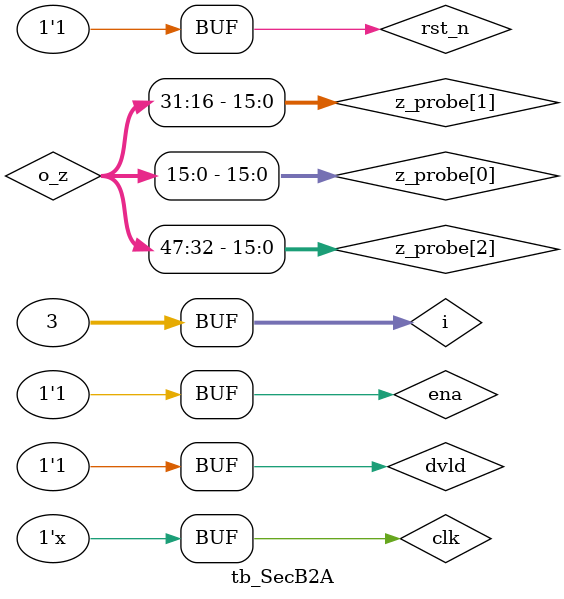
<source format=sv>
`timescale 1ns / 100ps

/*
For simulation of module SecB2A,
only localparams including K_WIDTH, N_SHARES, RAND_CSA, DELAY_CSA need be modified accordingly
*/
module tb_SecB2A();

localparam K_WIDTH = 16;

localparam DELAY_AND = 1;
localparam DELAY_KSA = ($clog2(K_WIDTH-1) + 1) * DELAY_AND;

// N_SHARES = 8
localparam N_SHARES = 3;
// localparam N_SHARES = 8;
localparam MASKWIDTH = K_WIDTH * N_SHARES;
localparam LOG_K = $clog2(N_SHARES+1) - 1;
localparam RAND_INIT = N_SHARES - 1;
localparam RAND_CSA = 6;
// localparam RAND_CSA = 148;
localparam RAND_KSA = 2*$clog2(K_WIDTH-1) * N_SHARES*(N_SHARES-1);
localparam RAND_A2B = RAND_CSA + RAND_KSA;
localparam RAND_FXOR = (N_SHARES==1) ? 0 : LOG_K * 2**(LOG_K-1) + N_SHARES - 2**LOG_K;
localparam RANDNUM = RAND_INIT + RAND_A2B + RAND_KSA + RAND_FXOR;

localparam DELAY_CSA = 1 * DELAY_AND;
// localparam DELAY_CSA = 4 * DELAY_AND;

logic clk, rst_n;
logic dvld, ena;
logic [MASKWIDTH-1 : 0] i_b;
logic [MASKWIDTH-1 : 0] o_z;
logic ovld;
logic [RANDNUM*K_WIDTH-1 : 0] rnd;

SecB2A #(
	.K_WIDTH(K_WIDTH),
	.N_SHARES(N_SHARES)
	) SECB2AN8(
	.clk(clk),
	.rst_n(rst_n),
	.dvld(dvld),
	.ena(ena),
	.rnd(rnd),
	.i_b(i_b),
	.o_a(o_z),
	.ovld(ovld)
	);

// Code below need not be changed

logic [K_WIDTH-1 : 0] b_probe [0 : N_SHARES-1];
logic [K_WIDTH-1 : 0] z_probe [0 : N_SHARES-1];
logic [K_WIDTH-1 : 0] z_result;
logic [K_WIDTH-1 : 0] z_ref;
logic [K_WIDTH-1 : 0] z_ref_t;
logic [K_WIDTH-1 : 0] z_ref_reg [0 : DELAY_CSA + 2 * DELAY_KSA];

logic correct;
	
integer i;

always @(*)
begin
	for(i = 0; i < N_SHARES; i = i + 1) begin
		i_b[i*K_WIDTH +: K_WIDTH] = b_probe[i];
		z_probe[i] = o_z[i*K_WIDTH +: K_WIDTH];
	end
end

always @(*)
begin
	z_ref_t = 'b0;
	for(i = 0; i < N_SHARES; i = i + 1) begin
		z_ref_t = z_ref_t ^ b_probe[i];
	end
end

always @(posedge clk, negedge rst_n)
begin
	if(~rst_n) begin
		for(i = 0; i < DELAY_CSA + 2 * DELAY_KSA + 1; i = i + 1) begin
			z_ref_reg[i] <= 'b0;
		end
	end
	else begin
		z_ref_reg[0] <= z_ref_t;
		for(i = 0; i < DELAY_CSA + 2 * DELAY_KSA; i = i + 1) begin
			z_ref_reg[i+1] <= z_ref_reg[i];
		end
	end
end
assign z_ref = z_ref_reg[DELAY_CSA + 2 * DELAY_KSA];

always @(*)
begin
	z_result = 'b0;
	for(i = 0; i < N_SHARES; i = i + 1) begin
		z_result = z_result + z_probe[i];
	end
end

assign correct = ovld ? (z_ref == z_result) : 1'b0;

initial begin
	clk = 1'b0;
	rst_n = 1'b0;
	dvld = 1'b0;
	ena = 1'b0;
	rnd = 'b0;
	i_b = 'b0;
	#10
	rst_n = 1'b1;
	dvld = 1'b1;
	ena = 1'b1;
end
always #5 clk = ~clk;

always @(negedge clk)
begin
	for(i = 0; i < N_SHARES; i = i + 1) begin
		b_probe[i] <= $urandom;
	end
	for(i = 0; i < RANDNUM; i = i + 1) begin
		rnd[i*K_WIDTH +: K_WIDTH] <= $urandom;
	end
end

endmodule
</source>
